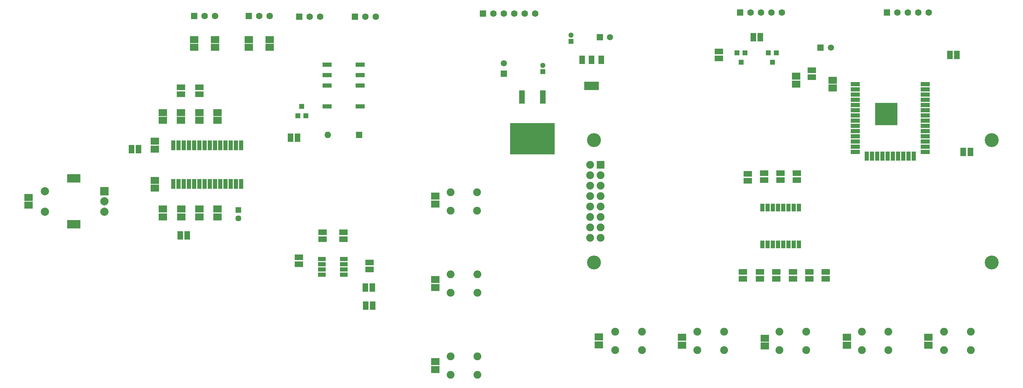
<source format=gbr>
G04 #@! TF.GenerationSoftware,KiCad,Pcbnew,5.0.0+dfsg1-2*
G04 #@! TF.CreationDate,2018-09-13T03:31:39+05:00*
G04 #@! TF.ProjectId,mainboard,6D61696E626F6172642E6B696361645F,rev?*
G04 #@! TF.SameCoordinates,Original*
G04 #@! TF.FileFunction,Soldermask,Top*
G04 #@! TF.FilePolarity,Negative*
%FSLAX46Y46*%
G04 Gerber Fmt 4.6, Leading zero omitted, Abs format (unit mm)*
G04 Created by KiCad (PCBNEW 5.0.0+dfsg1-2) date Thu Sep 13 03:31:39 2018*
%MOMM*%
%LPD*%
G01*
G04 APERTURE LIST*
%ADD10C,2.000000*%
%ADD11R,3.200000X2.000000*%
%ADD12R,2.000000X2.000000*%
%ADD13R,1.600000X1.600000*%
%ADD14O,1.600000X1.600000*%
%ADD15C,1.600000*%
%ADD16R,1.900000X1.900000*%
%ADD17C,1.900000*%
%ADD18C,3.400000*%
%ADD19R,1.400000X2.000000*%
%ADD20R,2.000000X1.700000*%
%ADD21R,1.450000X1.450000*%
%ADD22C,1.450000*%
%ADD23C,1.300000*%
%ADD24R,1.300000X1.300000*%
%ADD25C,1.500000*%
%ADD26R,1.500000X1.500000*%
%ADD27R,1.350000X2.150000*%
%ADD28R,3.600000X2.150000*%
%ADD29R,1.450000X3.200000*%
%ADD30R,10.900000X7.600000*%
%ADD31R,1.000000X2.375000*%
%ADD32R,1.925000X1.000000*%
%ADD33R,2.170000X1.070000*%
%ADD34R,1.070000X2.170000*%
%ADD35R,5.400000X5.400000*%
%ADD36R,1.000000X1.825000*%
%ADD37R,2.200000X1.000000*%
%ADD38R,2.000000X1.400000*%
%ADD39R,1.200000X1.300000*%
G04 APERTURE END LIST*
D10*
G04 #@! TO.C,BR1*
X357993000Y-202510000D03*
X357993000Y-197510000D03*
D11*
X364993000Y-205610000D03*
X364993000Y-194410000D03*
D10*
X372493000Y-202510000D03*
X372493000Y-200010000D03*
D12*
X372493000Y-197510000D03*
G04 #@! TD*
D13*
G04 #@! TO.C,VD1*
X434490000Y-183820000D03*
D14*
X426870000Y-183820000D03*
G04 #@! TD*
D13*
G04 #@! TO.C,X2*
X562920000Y-154000000D03*
D15*
X565460000Y-154000000D03*
X568000000Y-154000000D03*
X570540000Y-154000000D03*
X573080000Y-154000000D03*
G04 #@! TD*
D16*
G04 #@! TO.C,D1*
X493240000Y-191110000D03*
D17*
X490700000Y-191110000D03*
X493240000Y-193650000D03*
X490700000Y-193650000D03*
X493240000Y-196190000D03*
X490700000Y-196190000D03*
X493240000Y-198730000D03*
X490700000Y-198730000D03*
X493240000Y-201270000D03*
X490700000Y-201270000D03*
X493240000Y-203810000D03*
X490700000Y-203810000D03*
X493240000Y-206350000D03*
X490700000Y-206350000D03*
X493240000Y-208890000D03*
X490700000Y-208890000D03*
D18*
X588400000Y-185100000D03*
X588400000Y-214900000D03*
X491600000Y-185100000D03*
X491600000Y-214900000D03*
G04 #@! TD*
D19*
G04 #@! TO.C,R26*
X532035000Y-160000000D03*
X530335000Y-160000000D03*
G04 #@! TD*
D20*
G04 #@! TO.C,C1*
X407645000Y-162495000D03*
X407645000Y-160595000D03*
G04 #@! TD*
G04 #@! TO.C,C2*
X412725000Y-160595000D03*
X412725000Y-162495000D03*
G04 #@! TD*
G04 #@! TO.C,C3*
X394310000Y-160595000D03*
X394310000Y-162495000D03*
G04 #@! TD*
G04 #@! TO.C,C4*
X399390000Y-162500000D03*
X399390000Y-160600000D03*
G04 #@! TD*
D21*
G04 #@! TO.C,C5*
X405105000Y-202140000D03*
D22*
X405105000Y-204140000D03*
G04 #@! TD*
D23*
G04 #@! TO.C,C6*
X486000000Y-159500000D03*
D24*
X486000000Y-161000000D03*
G04 #@! TD*
D25*
G04 #@! TO.C,C7*
X469645000Y-166390000D03*
D26*
X469645000Y-168890000D03*
G04 #@! TD*
G04 #@! TO.C,C8*
X493000000Y-160000000D03*
D25*
X495500000Y-160000000D03*
G04 #@! TD*
D24*
G04 #@! TO.C,C9*
X479170000Y-168390000D03*
D23*
X479170000Y-166890000D03*
G04 #@! TD*
D20*
G04 #@! TO.C,C10*
X395580000Y-201870000D03*
X395580000Y-203770000D03*
G04 #@! TD*
G04 #@! TO.C,C11*
X391160000Y-201870000D03*
X391160000Y-203770000D03*
G04 #@! TD*
G04 #@! TO.C,C12*
X386690000Y-203770000D03*
X386690000Y-201870000D03*
G04 #@! TD*
G04 #@! TO.C,C13*
X384785000Y-187260000D03*
X384785000Y-185360000D03*
G04 #@! TD*
G04 #@! TO.C,C14*
X384785000Y-196785000D03*
X384785000Y-194885000D03*
G04 #@! TD*
D26*
G04 #@! TO.C,C15*
X546750000Y-162545000D03*
D25*
X549250000Y-162545000D03*
G04 #@! TD*
D20*
G04 #@! TO.C,C16*
X549715000Y-172385000D03*
X549715000Y-170485000D03*
G04 #@! TD*
G04 #@! TO.C,C17*
X400025000Y-201870000D03*
X400025000Y-203770000D03*
G04 #@! TD*
G04 #@! TO.C,C18*
X400025000Y-180280000D03*
X400025000Y-178380000D03*
G04 #@! TD*
G04 #@! TO.C,C19*
X395580000Y-178380000D03*
X395580000Y-180280000D03*
G04 #@! TD*
G04 #@! TO.C,C20*
X391135000Y-180280000D03*
X391135000Y-178380000D03*
G04 #@! TD*
G04 #@! TO.C,C21*
X386690000Y-178380000D03*
X386690000Y-180280000D03*
G04 #@! TD*
G04 #@! TO.C,C22*
X354000000Y-200950000D03*
X354000000Y-199050000D03*
G04 #@! TD*
G04 #@! TO.C,C23*
X540825000Y-169530000D03*
X540825000Y-171430000D03*
G04 #@! TD*
G04 #@! TO.C,C24*
X573000000Y-233100000D03*
X573000000Y-235000000D03*
G04 #@! TD*
G04 #@! TO.C,C25*
X513000000Y-235000000D03*
X513000000Y-233100000D03*
G04 #@! TD*
G04 #@! TO.C,C26*
X553130000Y-233100000D03*
X553130000Y-235000000D03*
G04 #@! TD*
G04 #@! TO.C,C27*
X452950000Y-198755000D03*
X452950000Y-200655000D03*
G04 #@! TD*
G04 #@! TO.C,C28*
X533175000Y-235215000D03*
X533175000Y-233315000D03*
G04 #@! TD*
G04 #@! TO.C,C29*
X492760000Y-233045000D03*
X492760000Y-234945000D03*
G04 #@! TD*
G04 #@! TO.C,C30*
X453000000Y-220950000D03*
X453000000Y-219050000D03*
G04 #@! TD*
G04 #@! TO.C,C31*
X453000000Y-239035000D03*
X453000000Y-240935000D03*
G04 #@! TD*
D27*
G04 #@! TO.C,DA1*
X493340000Y-165555000D03*
X491040000Y-165555000D03*
X488740000Y-165555000D03*
D28*
X491040000Y-171855000D03*
G04 #@! TD*
D29*
G04 #@! TO.C,DA2*
X479170000Y-174585000D03*
X474090000Y-174585000D03*
D30*
X476630000Y-184785000D03*
G04 #@! TD*
D31*
G04 #@! TO.C,DA3*
X405740000Y-186375000D03*
X404470000Y-186375000D03*
X403200000Y-186375000D03*
X401930000Y-186375000D03*
X400660000Y-186375000D03*
X399390000Y-186375000D03*
X398120000Y-186375000D03*
X396850000Y-186375000D03*
X395580000Y-186375000D03*
X394310000Y-186375000D03*
X393040000Y-186375000D03*
X391770000Y-186375000D03*
X390500000Y-186375000D03*
X389230000Y-186375000D03*
X405740000Y-195775000D03*
X404470000Y-195775000D03*
X403200000Y-195775000D03*
X401930000Y-195775000D03*
X400660000Y-195775000D03*
X399390000Y-195775000D03*
X398120000Y-195775000D03*
X396850000Y-195775000D03*
X395580000Y-195775000D03*
X394310000Y-195775000D03*
X393040000Y-195775000D03*
X391770000Y-195775000D03*
X390500000Y-195775000D03*
X389230000Y-195775000D03*
G04 #@! TD*
D32*
G04 #@! TO.C,DA4*
X425360000Y-214060000D03*
X425360000Y-215330000D03*
X425360000Y-216600000D03*
X425360000Y-217870000D03*
X430760000Y-214060000D03*
X430760000Y-215330000D03*
X430760000Y-216600000D03*
X430760000Y-217870000D03*
G04 #@! TD*
D33*
G04 #@! TO.C,DD1*
X555185000Y-171410000D03*
X555185000Y-172680000D03*
X555185000Y-173950000D03*
X555185000Y-175220000D03*
X555185000Y-176490000D03*
X555185000Y-177760000D03*
X555185000Y-179030000D03*
X555185000Y-180300000D03*
X555185000Y-181570000D03*
X555185000Y-182840000D03*
X555185000Y-184110000D03*
X555185000Y-185380000D03*
X555185000Y-186650000D03*
X555185000Y-187920000D03*
D34*
X557970000Y-189015000D03*
X559240000Y-189015000D03*
X560510000Y-189015000D03*
X561780000Y-189015000D03*
X563050000Y-189015000D03*
X564320000Y-189015000D03*
X565590000Y-189015000D03*
X566860000Y-189015000D03*
X568130000Y-189015000D03*
X569400000Y-189015000D03*
D33*
X572185000Y-187920000D03*
X572185000Y-186650000D03*
X572185000Y-185380000D03*
X572185000Y-184110000D03*
X572185000Y-182840000D03*
X572185000Y-181570000D03*
X572185000Y-180300000D03*
X572185000Y-179030000D03*
X572185000Y-177760000D03*
X572185000Y-176490000D03*
X572185000Y-175220000D03*
X572185000Y-173950000D03*
X572185000Y-172680000D03*
X572185000Y-171410000D03*
D35*
X562685000Y-178755000D03*
G04 #@! TD*
D36*
G04 #@! TO.C,DD2*
X541445000Y-201550000D03*
X540175000Y-201550000D03*
X538905000Y-201550000D03*
X537635000Y-201550000D03*
X536365000Y-201550000D03*
X535095000Y-201550000D03*
X533825000Y-201550000D03*
X532555000Y-201550000D03*
X541445000Y-210450000D03*
X540175000Y-210450000D03*
X538905000Y-210450000D03*
X537635000Y-210450000D03*
X536365000Y-210450000D03*
X535095000Y-210450000D03*
X533825000Y-210450000D03*
X532555000Y-210450000D03*
G04 #@! TD*
D37*
G04 #@! TO.C,K1*
X426680000Y-169215000D03*
X434680000Y-169215000D03*
X426680000Y-176835000D03*
X426680000Y-171755000D03*
X434680000Y-176835000D03*
X434680000Y-171755000D03*
X426680000Y-166675000D03*
X434680000Y-166675000D03*
G04 #@! TD*
D38*
G04 #@! TO.C,R1*
X548000000Y-218850000D03*
X548000000Y-217150000D03*
G04 #@! TD*
G04 #@! TO.C,R2*
X544000000Y-217150000D03*
X544000000Y-218850000D03*
G04 #@! TD*
D19*
G04 #@! TO.C,R3*
X578231000Y-164338000D03*
X579931000Y-164338000D03*
G04 #@! TD*
G04 #@! TO.C,R4*
X390945000Y-208280000D03*
X392645000Y-208280000D03*
G04 #@! TD*
G04 #@! TO.C,R5*
X379070000Y-187265000D03*
X380770000Y-187265000D03*
G04 #@! TD*
G04 #@! TO.C,R6*
X417765000Y-184455000D03*
X419465000Y-184455000D03*
G04 #@! TD*
D38*
G04 #@! TO.C,R7*
X425520000Y-209195000D03*
X425520000Y-207495000D03*
G04 #@! TD*
G04 #@! TO.C,R8*
X430600000Y-209195000D03*
X430600000Y-207495000D03*
G04 #@! TD*
D19*
G04 #@! TO.C,R9*
X437730000Y-225425000D03*
X436030000Y-225425000D03*
G04 #@! TD*
G04 #@! TO.C,R10*
X436000000Y-221000000D03*
X437700000Y-221000000D03*
G04 #@! TD*
D38*
G04 #@! TO.C,R11*
X395580000Y-173930000D03*
X395580000Y-172230000D03*
G04 #@! TD*
G04 #@! TO.C,R12*
X391135000Y-172230000D03*
X391135000Y-173930000D03*
G04 #@! TD*
G04 #@! TO.C,R13*
X419805000Y-215330000D03*
X419805000Y-213630000D03*
G04 #@! TD*
G04 #@! TO.C,R14*
X436950000Y-216600000D03*
X436950000Y-214900000D03*
G04 #@! TD*
G04 #@! TO.C,R15*
X541000000Y-193150000D03*
X541000000Y-194850000D03*
G04 #@! TD*
G04 #@! TO.C,R16*
X537000000Y-194850000D03*
X537000000Y-193150000D03*
G04 #@! TD*
G04 #@! TO.C,R17*
X533000000Y-193150000D03*
X533000000Y-194850000D03*
G04 #@! TD*
G04 #@! TO.C,R18*
X529000000Y-193300000D03*
X529000000Y-195000000D03*
G04 #@! TD*
G04 #@! TO.C,R19*
X527812000Y-218850000D03*
X527812000Y-217150000D03*
G04 #@! TD*
G04 #@! TO.C,R20*
X532000000Y-217150000D03*
X532000000Y-218850000D03*
G04 #@! TD*
G04 #@! TO.C,R21*
X536000000Y-218850000D03*
X536000000Y-217150000D03*
G04 #@! TD*
G04 #@! TO.C,R22*
X540000000Y-217150000D03*
X540000000Y-218850000D03*
G04 #@! TD*
G04 #@! TO.C,R23*
X544635000Y-168045000D03*
X544635000Y-169745000D03*
G04 #@! TD*
D19*
G04 #@! TO.C,R24*
X583165000Y-187945000D03*
X581465000Y-187945000D03*
G04 #@! TD*
D38*
G04 #@! TO.C,R25*
X522000000Y-165165000D03*
X522000000Y-163465000D03*
G04 #@! TD*
D17*
G04 #@! TO.C,SB1*
X583250000Y-231750000D03*
X576750000Y-231750000D03*
X583250000Y-236250000D03*
X576750000Y-236250000D03*
G04 #@! TD*
G04 #@! TO.C,SB2*
X516750000Y-236250000D03*
X523250000Y-236250000D03*
X516750000Y-231750000D03*
X523250000Y-231750000D03*
G04 #@! TD*
G04 #@! TO.C,SB3*
X563250000Y-231750000D03*
X556750000Y-231750000D03*
X563250000Y-236250000D03*
X556750000Y-236250000D03*
G04 #@! TD*
G04 #@! TO.C,SB4*
X463185000Y-197775000D03*
X456685000Y-197775000D03*
X463185000Y-202275000D03*
X456685000Y-202275000D03*
G04 #@! TD*
G04 #@! TO.C,SB5*
X536750000Y-236250000D03*
X543250000Y-236250000D03*
X536750000Y-231750000D03*
X543250000Y-231750000D03*
G04 #@! TD*
G04 #@! TO.C,SB6*
X496750000Y-236250000D03*
X503250000Y-236250000D03*
X496750000Y-231750000D03*
X503250000Y-231750000D03*
G04 #@! TD*
G04 #@! TO.C,SB7*
X463250000Y-217750000D03*
X456750000Y-217750000D03*
X463250000Y-222250000D03*
X456750000Y-222250000D03*
G04 #@! TD*
G04 #@! TO.C,SB8*
X463250000Y-237750000D03*
X456750000Y-237750000D03*
X463250000Y-242250000D03*
X456750000Y-242250000D03*
G04 #@! TD*
D39*
G04 #@! TO.C,VT1*
X419570000Y-179135000D03*
X421470000Y-179135000D03*
X420520000Y-176835000D03*
G04 #@! TD*
G04 #@! TO.C,VT2*
X535950000Y-163850000D03*
X534050000Y-163850000D03*
X535000000Y-166150000D03*
G04 #@! TD*
G04 #@! TO.C,VT3*
X527375000Y-166100000D03*
X526425000Y-163800000D03*
X528325000Y-163800000D03*
G04 #@! TD*
D13*
G04 #@! TO.C,X1*
X464565000Y-154305000D03*
D15*
X467105000Y-154305000D03*
X469645000Y-154305000D03*
X472185000Y-154305000D03*
X474725000Y-154305000D03*
X477265000Y-154305000D03*
G04 #@! TD*
D13*
G04 #@! TO.C,X3*
X407645000Y-154880000D03*
D15*
X410185000Y-154880000D03*
X412725000Y-154880000D03*
G04 #@! TD*
D13*
G04 #@! TO.C,X4*
X394310000Y-154880000D03*
D15*
X396850000Y-154880000D03*
X399390000Y-154880000D03*
G04 #@! TD*
D13*
G04 #@! TO.C,X5*
X419885000Y-155000000D03*
D15*
X422425000Y-155000000D03*
X424965000Y-155000000D03*
G04 #@! TD*
G04 #@! TO.C,X6*
X438540000Y-155000000D03*
X436000000Y-155000000D03*
D13*
X433460000Y-155000000D03*
G04 #@! TD*
G04 #@! TO.C,X7*
X527185000Y-154000000D03*
D15*
X529725000Y-154000000D03*
X532265000Y-154000000D03*
X534805000Y-154000000D03*
X537345000Y-154000000D03*
G04 #@! TD*
M02*

</source>
